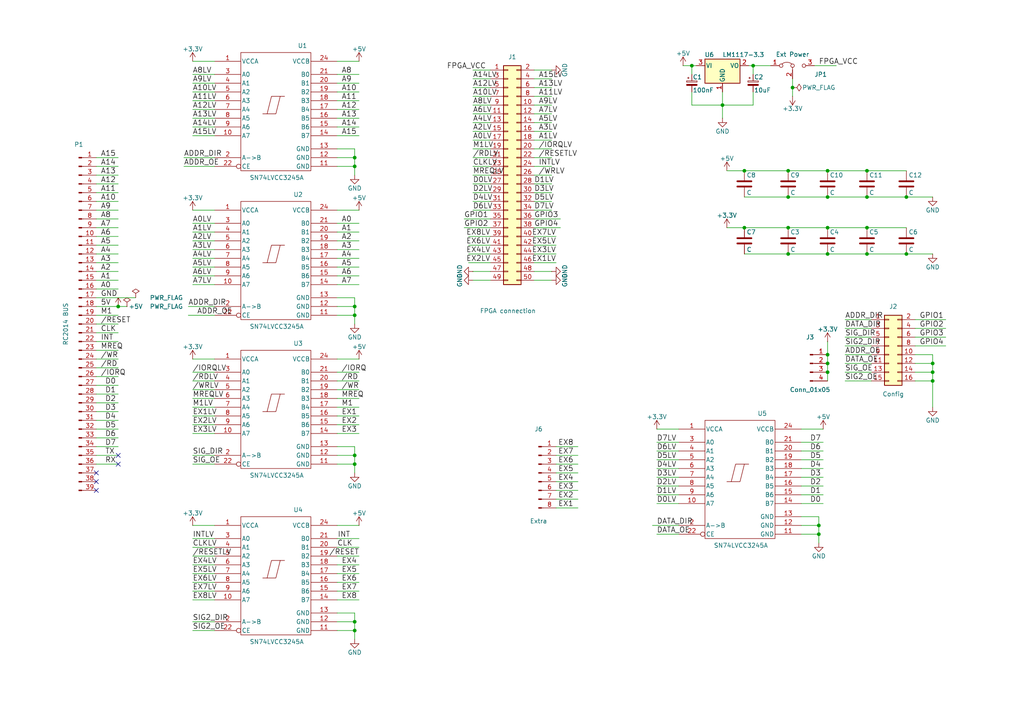
<source format=kicad_sch>
(kicad_sch (version 20250114) (generator "eeschema") (generator_version "9.0")
  (paper "A4")
  (title_block (title "RC2014 myStorm BlackIce interface") (date "2018-01-20") (rev "1"))
  (junction (at 34.29 88.9))
  (junction (at 228.6 49.53))
  (junction (at 200.66 19.05))
  (junction (at 228.6 66.04))
  (junction (at 229.87 25.4))
  (junction (at 209.55 30.48))
  (junction (at 251.46 49.53))
  (junction (at 270.51 107.95))
  (junction (at 240.03 105.41))
  (junction (at 102.87 180.34))
  (junction (at 102.87 132.08))
  (junction (at 237.49 152.4))
  (junction (at 102.87 182.88))
  (junction (at 215.9 66.04))
  (junction (at 251.46 73.66))
  (junction (at 262.89 57.15))
  (junction (at 102.87 48.26))
  (junction (at 270.51 105.41))
  (junction (at 215.9 49.53))
  (junction (at 240.03 102.87))
  (junction (at 240.03 107.95))
  (junction (at 251.46 66.04))
  (junction (at 218.44 19.05))
  (junction (at 240.03 57.15))
  (junction (at 251.46 57.15))
  (junction (at 237.49 154.94))
  (junction (at 102.87 91.44))
  (junction (at 270.51 110.49))
  (junction (at 262.89 73.66))
  (junction (at 102.87 134.62))
  (junction (at 240.03 49.53))
  (junction (at 240.03 73.66))
  (junction (at 228.6 73.66))
  (junction (at 228.6 57.15))
  (junction (at 102.87 88.9))
  (junction (at 240.03 66.04))
  (junction (at 102.87 45.72))
  (no_connect (at 27.94 142.24))
  (no_connect (at 34.29 134.62))
  (no_connect (at 27.94 137.16))
  (no_connect (at 34.29 132.08))
  (no_connect (at 27.94 139.7))
  (wire (pts (xy 142.24 43.18) (xy 137.16 43.18)))
  (wire (pts (xy 270.51 105.41) (xy 270.51 107.95)))
  (wire (pts (xy 55.88 123.19) (xy 62.23 123.19)))
  (wire (pts (xy 265.43 105.41) (xy 270.51 105.41)))
  (wire (pts (xy 265.43 92.71) (xy 274.32 92.71)))
  (wire (pts (xy 154.94 48.26) (xy 160.02 48.26)))
  (wire (pts (xy 55.88 113.03) (xy 62.23 113.03)))
  (wire (pts (xy 154.94 50.8) (xy 160.02 50.8)))
  (wire (pts (xy 27.94 114.3) (xy 34.29 114.3)))
  (wire (pts (xy 97.79 82.55) (xy 104.14 82.55)))
  (wire (pts (xy 97.79 91.44) (xy 102.87 91.44)))
  (wire (pts (xy 232.41 143.51) (xy 238.76 143.51)))
  (wire (pts (xy 97.79 113.03) (xy 104.14 113.03)))
  (wire (pts (xy 27.94 48.26) (xy 34.29 48.26)))
  (wire (pts (xy 142.24 63.5) (xy 134.62 63.5)))
  (wire (pts (xy 27.94 76.2) (xy 34.29 76.2)))
  (wire (pts (xy 62.23 152.4) (xy 55.88 152.4)))
  (wire (pts (xy 62.23 60.96) (xy 55.88 60.96)))
  (wire (pts (xy 232.41 128.27) (xy 238.76 128.27)))
  (wire (pts (xy 265.43 107.95) (xy 270.51 107.95)))
  (wire (pts (xy 102.87 129.54) (xy 102.87 132.08)))
  (wire (pts (xy 252.73 105.41) (xy 245.11 105.41)))
  (wire (pts (xy 97.79 17.78) (xy 104.14 17.78)))
  (wire (pts (xy 218.44 19.05) (xy 223.52 19.05)))
  (wire (pts (xy 102.87 180.34) (xy 102.87 182.88)))
  (wire (pts (xy 232.41 140.97) (xy 238.76 140.97)))
  (wire (pts (xy 270.51 107.95) (xy 270.51 110.49)))
  (wire (pts (xy 232.41 152.4) (xy 237.49 152.4)))
  (wire (pts (xy 97.79 64.77) (xy 104.14 64.77)))
  (wire (pts (xy 252.73 95.25) (xy 245.11 95.25)))
  (wire (pts (xy 55.88 39.37) (xy 62.23 39.37)))
  (wire (pts (xy 27.94 66.04) (xy 34.29 66.04)))
  (wire (pts (xy 97.79 156.21) (xy 104.14 156.21)))
  (wire (pts (xy 27.94 101.6) (xy 34.29 101.6)))
  (wire (pts (xy 55.88 158.75) (xy 62.23 158.75)))
  (wire (pts (xy 97.79 39.37) (xy 104.14 39.37)))
  (wire (pts (xy 97.79 168.91) (xy 104.14 168.91)))
  (wire (pts (xy 154.94 43.18) (xy 160.02 43.18)))
  (wire (pts (xy 200.66 19.05) (xy 201.93 19.05)))
  (wire (pts (xy 97.79 163.83) (xy 104.14 163.83)))
  (wire (pts (xy 196.85 124.46) (xy 190.5 124.46)))
  (wire (pts (xy 55.88 29.21) (xy 62.23 29.21)))
  (wire (pts (xy 55.88 115.57) (xy 62.23 115.57)))
  (wire (pts (xy 232.41 130.81) (xy 238.76 130.81)))
  (wire (pts (xy 55.88 125.73) (xy 62.23 125.73)))
  (wire (pts (xy 142.24 55.88) (xy 137.16 55.88)))
  (wire (pts (xy 27.94 78.74) (xy 34.29 78.74)))
  (wire (pts (xy 27.94 50.8) (xy 34.29 50.8)))
  (wire (pts (xy 240.03 107.95) (xy 240.03 110.49)))
  (wire (pts (xy 142.24 60.96) (xy 137.16 60.96)))
  (wire (pts (xy 142.24 48.26) (xy 137.16 48.26)))
  (wire (pts (xy 167.64 147.32) (xy 161.29 147.32)))
  (wire (pts (xy 154.94 27.94) (xy 160.02 27.94)))
  (wire (pts (xy 97.79 45.72) (xy 102.87 45.72)))
  (wire (pts (xy 142.24 58.42) (xy 137.16 58.42)))
  (wire (pts (xy 97.79 26.67) (xy 104.14 26.67)))
  (wire (pts (xy 142.24 50.8) (xy 137.16 50.8)))
  (wire (pts (xy 232.41 138.43) (xy 238.76 138.43)))
  (wire (pts (xy 102.87 48.26) (xy 102.87 50.8)))
  (wire (pts (xy 228.6 57.15) (xy 240.03 57.15)))
  (wire (pts (xy 55.88 67.31) (xy 62.23 67.31)))
  (wire (pts (xy 190.5 138.43) (xy 196.85 138.43)))
  (wire (pts (xy 55.88 118.11) (xy 62.23 118.11)))
  (wire (pts (xy 34.29 88.9) (xy 36.83 88.9)))
  (wire (pts (xy 55.88 82.55) (xy 62.23 82.55)))
  (wire (pts (xy 137.16 40.64) (xy 142.24 40.64)))
  (wire (pts (xy 55.88 24.13) (xy 62.23 24.13)))
  (wire (pts (xy 55.88 156.21) (xy 62.23 156.21)))
  (wire (pts (xy 210.82 49.53) (xy 215.9 49.53)))
  (wire (pts (xy 167.64 144.78) (xy 161.29 144.78)))
  (wire (pts (xy 196.85 152.4) (xy 189.23 152.4)))
  (wire (pts (xy 154.94 78.74) (xy 160.02 78.74)))
  (wire (pts (xy 97.79 177.8) (xy 102.87 177.8)))
  (wire (pts (xy 198.12 19.05) (xy 200.66 19.05)))
  (wire (pts (xy 27.94 129.54) (xy 34.29 129.54)))
  (wire (pts (xy 27.94 104.14) (xy 34.29 104.14)))
  (wire (pts (xy 262.89 57.15) (xy 270.51 57.15)))
  (wire (pts (xy 137.16 35.56) (xy 142.24 35.56)))
  (wire (pts (xy 161.29 68.58) (xy 154.94 68.58)))
  (wire (pts (xy 97.79 107.95) (xy 104.14 107.95)))
  (wire (pts (xy 154.94 58.42) (xy 160.02 58.42)))
  (wire (pts (xy 161.29 73.66) (xy 154.94 73.66)))
  (wire (pts (xy 55.88 36.83) (xy 62.23 36.83)))
  (wire (pts (xy 142.24 45.72) (xy 137.16 45.72)))
  (wire (pts (xy 97.79 180.34) (xy 102.87 180.34)))
  (wire (pts (xy 62.23 48.26) (xy 53.34 48.26)))
  (wire (pts (xy 27.94 96.52) (xy 34.29 96.52)))
  (wire (pts (xy 215.9 57.15) (xy 228.6 57.15)))
  (wire (pts (xy 97.79 132.08) (xy 102.87 132.08)))
  (wire (pts (xy 62.23 182.88) (xy 55.88 182.88)))
  (wire (pts (xy 265.43 97.79) (xy 274.32 97.79)))
  (wire (pts (xy 97.79 104.14) (xy 104.14 104.14)))
  (wire (pts (xy 27.94 111.76) (xy 34.29 111.76)))
  (wire (pts (xy 209.55 30.48) (xy 218.44 30.48)))
  (wire (pts (xy 27.94 116.84) (xy 34.29 116.84)))
  (wire (pts (xy 55.88 26.67) (xy 62.23 26.67)))
  (wire (pts (xy 270.51 110.49) (xy 270.51 118.11)))
  (wire (pts (xy 265.43 95.25) (xy 274.32 95.25)))
  (wire (pts (xy 167.64 137.16) (xy 161.29 137.16)))
  (wire (pts (xy 154.94 40.64) (xy 160.02 40.64)))
  (wire (pts (xy 232.41 149.86) (xy 237.49 149.86)))
  (wire (pts (xy 228.6 49.53) (xy 240.03 49.53)))
  (wire (pts (xy 27.94 88.9) (xy 34.29 88.9)))
  (wire (pts (xy 27.94 81.28) (xy 34.29 81.28)))
  (wire (pts (xy 154.94 35.56) (xy 160.02 35.56)))
  (wire (pts (xy 97.79 74.93) (xy 104.14 74.93)))
  (wire (pts (xy 27.94 71.12) (xy 34.29 71.12)))
  (wire (pts (xy 62.23 80.01) (xy 55.88 80.01)))
  (wire (pts (xy 196.85 154.94) (xy 190.5 154.94)))
  (wire (pts (xy 270.51 102.87) (xy 270.51 105.41)))
  (wire (pts (xy 55.88 166.37) (xy 62.23 166.37)))
  (wire (pts (xy 265.43 110.49) (xy 270.51 110.49)))
  (wire (pts (xy 97.79 88.9) (xy 102.87 88.9)))
  (wire (pts (xy 232.41 154.94) (xy 237.49 154.94)))
  (wire (pts (xy 102.87 91.44) (xy 102.87 93.98)))
  (wire (pts (xy 200.66 30.48) (xy 200.66 26.67)))
  (wire (pts (xy 27.94 86.36) (xy 39.37 86.36)))
  (wire (pts (xy 104.14 80.01) (xy 97.79 80.01)))
  (wire (pts (xy 97.79 21.59) (xy 104.14 21.59)))
  (wire (pts (xy 232.41 124.46) (xy 238.76 124.46)))
  (wire (pts (xy 167.64 129.54) (xy 161.29 129.54)))
  (wire (pts (xy 62.23 88.9) (xy 54.61 88.9)))
  (wire (pts (xy 229.87 22.86) (xy 229.87 25.4)))
  (wire (pts (xy 27.94 58.42) (xy 34.29 58.42)))
  (wire (pts (xy 209.55 26.67) (xy 209.55 30.48)))
  (wire (pts (xy 252.73 100.33) (xy 245.11 100.33)))
  (wire (pts (xy 55.88 110.49) (xy 62.23 110.49)))
  (wire (pts (xy 154.94 53.34) (xy 160.02 53.34)))
  (wire (pts (xy 154.94 20.32) (xy 160.02 20.32)))
  (wire (pts (xy 62.23 17.78) (xy 55.88 17.78)))
  (wire (pts (xy 240.03 66.04) (xy 251.46 66.04)))
  (wire (pts (xy 55.88 107.95) (xy 62.23 107.95)))
  (wire (pts (xy 237.49 152.4) (xy 237.49 154.94)))
  (wire (pts (xy 237.49 154.94) (xy 237.49 157.48)))
  (wire (pts (xy 27.94 93.98) (xy 34.29 93.98)))
  (wire (pts (xy 27.94 109.22) (xy 34.29 109.22)))
  (wire (pts (xy 97.79 123.19) (xy 104.14 123.19)))
  (wire (pts (xy 27.94 124.46) (xy 34.29 124.46)))
  (wire (pts (xy 240.03 105.41) (xy 240.03 107.95)))
  (wire (pts (xy 167.64 139.7) (xy 161.29 139.7)))
  (wire (pts (xy 102.87 86.36) (xy 102.87 88.9)))
  (wire (pts (xy 97.79 152.4) (xy 104.14 152.4)))
  (wire (pts (xy 232.41 135.89) (xy 238.76 135.89)))
  (wire (pts (xy 102.87 45.72) (xy 102.87 48.26)))
  (wire (pts (xy 55.88 74.93) (xy 62.23 74.93)))
  (wire (pts (xy 137.16 20.32) (xy 142.24 20.32)))
  (wire (pts (xy 97.79 36.83) (xy 104.14 36.83)))
  (wire (pts (xy 97.79 110.49) (xy 104.14 110.49)))
  (wire (pts (xy 190.5 143.51) (xy 196.85 143.51)))
  (wire (pts (xy 62.23 132.08) (xy 55.88 132.08)))
  (wire (pts (xy 97.79 182.88) (xy 102.87 182.88)))
  (wire (pts (xy 137.16 25.4) (xy 142.24 25.4)))
  (wire (pts (xy 97.79 43.18) (xy 102.87 43.18)))
  (wire (pts (xy 190.5 135.89) (xy 196.85 135.89)))
  (wire (pts (xy 102.87 132.08) (xy 102.87 134.62)))
  (wire (pts (xy 209.55 30.48) (xy 209.55 34.29)))
  (wire (pts (xy 167.64 134.62) (xy 161.29 134.62)))
  (wire (pts (xy 27.94 73.66) (xy 34.29 73.66)))
  (wire (pts (xy 55.88 173.99) (xy 62.23 173.99)))
  (wire (pts (xy 262.89 73.66) (xy 270.51 73.66)))
  (wire (pts (xy 55.88 64.77) (xy 62.23 64.77)))
  (wire (pts (xy 97.79 161.29) (xy 104.14 161.29)))
  (wire (pts (xy 240.03 102.87) (xy 240.03 105.41)))
  (wire (pts (xy 142.24 71.12) (xy 135.89 71.12)))
  (wire (pts (xy 137.16 78.74) (xy 142.24 78.74)))
  (wire (pts (xy 97.79 48.26) (xy 102.87 48.26)))
  (wire (pts (xy 251.46 73.66) (xy 262.89 73.66)))
  (wire (pts (xy 252.73 97.79) (xy 245.11 97.79)))
  (wire (pts (xy 232.41 146.05) (xy 238.76 146.05)))
  (wire (pts (xy 102.87 134.62) (xy 102.87 137.16)))
  (wire (pts (xy 190.5 130.81) (xy 196.85 130.81)))
  (wire (pts (xy 97.79 86.36) (xy 102.87 86.36)))
  (wire (pts (xy 97.79 125.73) (xy 104.14 125.73)))
  (wire (pts (xy 27.94 68.58) (xy 34.29 68.58)))
  (wire (pts (xy 217.17 19.05) (xy 218.44 19.05)))
  (wire (pts (xy 200.66 21.59) (xy 200.66 19.05)))
  (wire (pts (xy 97.79 171.45) (xy 104.14 171.45)))
  (wire (pts (xy 97.79 31.75) (xy 104.14 31.75)))
  (wire (pts (xy 228.6 73.66) (xy 240.03 73.66)))
  (wire (pts (xy 137.16 33.02) (xy 142.24 33.02)))
  (wire (pts (xy 228.6 66.04) (xy 240.03 66.04)))
  (wire (pts (xy 142.24 68.58) (xy 135.89 68.58)))
  (wire (pts (xy 97.79 158.75) (xy 104.14 158.75)))
  (wire (pts (xy 97.79 129.54) (xy 102.87 129.54)))
  (wire (pts (xy 27.94 121.92) (xy 34.29 121.92)))
  (wire (pts (xy 154.94 55.88) (xy 160.02 55.88)))
  (wire (pts (xy 97.79 166.37) (xy 104.14 166.37)))
  (wire (pts (xy 27.94 83.82) (xy 34.29 83.82)))
  (wire (pts (xy 97.79 24.13) (xy 104.14 24.13)))
  (wire (pts (xy 97.79 120.65) (xy 104.14 120.65)))
  (wire (pts (xy 251.46 49.53) (xy 262.89 49.53)))
  (wire (pts (xy 240.03 57.15) (xy 251.46 57.15)))
  (wire (pts (xy 27.94 132.08) (xy 34.29 132.08)))
  (wire (pts (xy 154.94 33.02) (xy 160.02 33.02)))
  (wire (pts (xy 55.88 168.91) (xy 62.23 168.91)))
  (wire (pts (xy 190.5 128.27) (xy 196.85 128.27)))
  (wire (pts (xy 142.24 76.2) (xy 135.89 76.2)))
  (wire (pts (xy 167.64 132.08) (xy 161.29 132.08)))
  (wire (pts (xy 62.23 91.44) (xy 54.61 91.44)))
  (wire (pts (xy 27.94 53.34) (xy 34.29 53.34)))
  (wire (pts (xy 97.79 72.39) (xy 104.14 72.39)))
  (wire (pts (xy 62.23 180.34) (xy 55.88 180.34)))
  (wire (pts (xy 162.56 66.04) (xy 154.94 66.04)))
  (wire (pts (xy 97.79 69.85) (xy 104.14 69.85)))
  (wire (pts (xy 97.79 29.21) (xy 104.14 29.21)))
  (wire (pts (xy 161.29 76.2) (xy 154.94 76.2)))
  (wire (pts (xy 102.87 43.18) (xy 102.87 45.72)))
  (wire (pts (xy 27.94 134.62) (xy 34.29 134.62)))
  (wire (pts (xy 236.22 19.05) (xy 242.57 19.05)))
  (wire (pts (xy 55.88 171.45) (xy 62.23 171.45)))
  (wire (pts (xy 55.88 31.75) (xy 62.23 31.75)))
  (wire (pts (xy 27.94 45.72) (xy 34.29 45.72)))
  (wire (pts (xy 142.24 53.34) (xy 137.16 53.34)))
  (wire (pts (xy 97.79 60.96) (xy 104.14 60.96)))
  (wire (pts (xy 215.9 73.66) (xy 228.6 73.66)))
  (wire (pts (xy 97.79 34.29) (xy 104.14 34.29)))
  (wire (pts (xy 215.9 66.04) (xy 228.6 66.04)))
  (wire (pts (xy 218.44 30.48) (xy 218.44 26.67)))
  (wire (pts (xy 97.79 134.62) (xy 102.87 134.62)))
  (wire (pts (xy 55.88 163.83) (xy 62.23 163.83)))
  (wire (pts (xy 252.73 110.49) (xy 245.11 110.49)))
  (wire (pts (xy 167.64 142.24) (xy 161.29 142.24)))
  (wire (pts (xy 97.79 115.57) (xy 104.14 115.57)))
  (wire (pts (xy 154.94 25.4) (xy 160.02 25.4)))
  (wire (pts (xy 137.16 81.28) (xy 142.24 81.28)))
  (wire (pts (xy 252.73 92.71) (xy 245.11 92.71)))
  (wire (pts (xy 55.88 161.29) (xy 62.23 161.29)))
  (wire (pts (xy 55.88 21.59) (xy 62.23 21.59)))
  (wire (pts (xy 62.23 134.62) (xy 55.88 134.62)))
  (wire (pts (xy 27.94 63.5) (xy 34.29 63.5)))
  (wire (pts (xy 27.94 99.06) (xy 34.29 99.06)))
  (wire (pts (xy 27.94 91.44) (xy 34.29 91.44)))
  (wire (pts (xy 55.88 120.65) (xy 62.23 120.65)))
  (wire (pts (xy 27.94 106.68) (xy 34.29 106.68)))
  (wire (pts (xy 240.03 73.66) (xy 251.46 73.66)))
  (wire (pts (xy 252.73 107.95) (xy 245.11 107.95)))
  (wire (pts (xy 265.43 102.87) (xy 270.51 102.87)))
  (wire (pts (xy 27.94 55.88) (xy 34.29 55.88)))
  (wire (pts (xy 215.9 49.53) (xy 228.6 49.53)))
  (wire (pts (xy 102.87 88.9) (xy 102.87 91.44)))
  (wire (pts (xy 62.23 45.72) (xy 53.34 45.72)))
  (wire (pts (xy 102.87 182.88) (xy 102.87 185.42)))
  (wire (pts (xy 154.94 22.86) (xy 160.02 22.86)))
  (wire (pts (xy 251.46 57.15) (xy 262.89 57.15)))
  (wire (pts (xy 27.94 60.96) (xy 34.29 60.96)))
  (wire (pts (xy 142.24 73.66) (xy 135.89 73.66)))
  (wire (pts (xy 137.16 30.48) (xy 142.24 30.48)))
  (wire (pts (xy 190.5 146.05) (xy 196.85 146.05)))
  (wire (pts (xy 154.94 45.72) (xy 160.02 45.72)))
  (wire (pts (xy 97.79 173.99) (xy 104.14 173.99)))
  (wire (pts (xy 102.87 177.8) (xy 102.87 180.34)))
  (wire (pts (xy 265.43 100.33) (xy 274.32 100.33)))
  (wire (pts (xy 240.03 99.06) (xy 240.03 102.87)))
  (wire (pts (xy 218.44 19.05) (xy 218.44 21.59)))
  (wire (pts (xy 252.73 102.87) (xy 245.11 102.87)))
  (wire (pts (xy 161.29 71.12) (xy 154.94 71.12)))
  (wire (pts (xy 62.23 104.14) (xy 55.88 104.14)))
  (wire (pts (xy 200.66 30.48) (xy 209.55 30.48)))
  (wire (pts (xy 97.79 67.31) (xy 104.14 67.31)))
  (wire (pts (xy 154.94 38.1) (xy 160.02 38.1)))
  (wire (pts (xy 251.46 66.04) (xy 262.89 66.04)))
  (wire (pts (xy 237.49 149.86) (xy 237.49 152.4)))
  (wire (pts (xy 55.88 34.29) (xy 62.23 34.29)))
  (wire (pts (xy 27.94 119.38) (xy 34.29 119.38)))
  (wire (pts (xy 137.16 38.1) (xy 142.24 38.1)))
  (wire (pts (xy 190.5 140.97) (xy 196.85 140.97)))
  (wire (pts (xy 210.82 66.04) (xy 215.9 66.04)))
  (wire (pts (xy 137.16 22.86) (xy 142.24 22.86)))
  (wire (pts (xy 154.94 30.48) (xy 160.02 30.48)))
  (wire (pts (xy 190.5 133.35) (xy 196.85 133.35)))
  (wire (pts (xy 27.94 127) (xy 34.29 127)))
  (wire (pts (xy 55.88 72.39) (xy 62.23 72.39)))
  (wire (pts (xy 232.41 133.35) (xy 238.76 133.35)))
  (wire (pts (xy 97.79 77.47) (xy 104.14 77.47)))
  (wire (pts (xy 142.24 66.04) (xy 134.62 66.04)))
  (wire (pts (xy 154.94 60.96) (xy 160.02 60.96)))
  (wire (pts (xy 162.56 63.5) (xy 154.94 63.5)))
  (wire (pts (xy 55.88 69.85) (xy 62.23 69.85)))
  (wire (pts (xy 55.88 77.47) (xy 62.23 77.47)))
  (wire (pts (xy 137.16 27.94) (xy 142.24 27.94)))
  (wire (pts (xy 154.94 81.28) (xy 160.02 81.28)))
  (wire (pts (xy 240.03 49.53) (xy 251.46 49.53)))
  (wire (pts (xy 97.79 118.11) (xy 104.14 118.11)))
  (wire (pts (xy 229.87 25.4) (xy 229.87 27.94)))
  (label "EX8LV" (at 142.24 68.58 180) (effects (font (size 1.524 1.524))))
  (label "M1" (at 99.06 118.11 0) (effects (font (size 1.524 1.524))))
  (label "D1LV" (at 154.94 53.34 0) (effects (font (size 1.524 1.524))))
  (label "D5LV" (at 190.5 133.35 0) (effects (font (size 1.524 1.524))))
  (label "A2" (at 99.06 69.85 0) (effects (font (size 1.524 1.524))))
  (label "EX5" (at 166.37 137.16 180) (effects (font (size 1.524 1.524))))
  (label "A12LV" (at 55.88 31.75 0) (effects (font (size 1.524 1.524))))
  (label "A8LV" (at 137.16 30.48 0) (effects (font (size 1.524 1.524))))
  (label "A11LV" (at 55.88 29.21 0) (effects (font (size 1.524 1.524))))
  (label "SIG_OE" (at 55.88 134.62 0) (effects (font (size 1.524 1.524))))
  (label "MREQ" (at 29.21 101.6 0) (effects (font (size 1.524 1.524))))
  (label "A15LV" (at 156.21 22.86 0) (effects (font (size 1.524 1.524))))
  (label "A6LV" (at 55.88 80.01 0) (effects (font (size 1.524 1.524))))
  (label "D7LV" (at 154.94 60.96 0) (effects (font (size 1.524 1.524))))
  (label "D2LV" (at 190.5 140.97 0) (effects (font (size 1.524 1.524))))
  (label "DATA_DIR" (at 245.11 95.25 0) (effects (font (size 1.524 1.524))))
  (label "D7LV" (at 190.5 128.27 0) (effects (font (size 1.524 1.524))))
  (label "D6LV" (at 190.5 130.81 0) (effects (font (size 1.524 1.524))))
  (label "EX3LV" (at 161.29 73.66 180) (effects (font (size 1.524 1.524))))
  (label "A3" (at 29.21 76.2 0) (effects (font (size 1.524 1.524))))
  (label "A9" (at 99.06 24.13 0) (effects (font (size 1.524 1.524))))
  (label "A8" (at 99.06 21.59 0) (effects (font (size 1.524 1.524))))
  (label "EX1LV" (at 55.88 120.65 0) (effects (font (size 1.524 1.524))))
  (label "A7LV" (at 55.88 82.55 0) (effects (font (size 1.524 1.524))))
  (label "A4" (at 29.21 73.66 0) (effects (font (size 1.524 1.524))))
  (label "A12LV" (at 137.16 25.4 0) (effects (font (size 1.524 1.524))))
  (label "M1LV" (at 55.88 118.11 0) (effects (font (size 1.524 1.524))))
  (label "D4LV" (at 190.5 135.89 0) (effects (font (size 1.524 1.524))))
  (label "A1LV" (at 156.21 40.64 0) (effects (font (size 1.524 1.524))))
  (label "/IORQ" (at 99.06 107.95 0) (effects (font (size 1.524 1.524))))
  (label "A1LV" (at 55.88 67.31 0) (effects (font (size 1.524 1.524))))
  (label "EX1" (at 166.37 147.32 180) (effects (font (size 1.524 1.524))))
  (label "A6LV" (at 137.16 33.02 0) (effects (font (size 1.524 1.524))))
  (label "D1" (at 30.48 114.3 0) (effects (font (size 1.524 1.524))))
  (label "EX6LV" (at 55.88 168.91 0) (effects (font (size 1.524 1.524))))
  (label "EX2LV" (at 142.24 76.2 180) (effects (font (size 1.524 1.524))))
  (label "EX7" (at 166.37 132.08 180) (effects (font (size 1.524 1.524))))
  (label "EX4LV" (at 55.88 163.83 0) (effects (font (size 1.524 1.524))))
  (label "D6" (at 30.48 127 0) (effects (font (size 1.524 1.524))))
  (label "D2" (at 30.48 116.84 0) (effects (font (size 1.524 1.524))))
  (label "M1" (at 29.21 91.44 0) (effects (font (size 1.524 1.524))))
  (label "A0LV" (at 55.88 64.77 0) (effects (font (size 1.524 1.524))))
  (label "GPIO2" (at 134.62 66.04 0) (effects (font (size 1.524 1.524))))
  (label "D3LV" (at 154.94 55.88 0) (effects (font (size 1.524 1.524))))
  (label "A5LV" (at 156.21 35.56 0) (effects (font (size 1.524 1.524))))
  (label "SIG_OE" (at 245.11 107.95 0) (effects (font (size 1.524 1.524))))
  (label "/RD" (at 29.21 106.68 0) (effects (font (size 1.524 1.524))))
  (label "D6" (at 234.95 130.81 0) (effects (font (size 1.524 1.524))))
  (label "/IORQLV" (at 55.88 107.95 0) (effects (font (size 1.524 1.524))))
  (label "A10LV" (at 137.16 27.94 0) (effects (font (size 1.524 1.524))))
  (label "EX2" (at 99.06 123.19 0) (effects (font (size 1.524 1.524))))
  (label "RX" (at 30.48 134.62 0) (effects (font (size 1.524 1.524))))
  (label "CLK" (at 29.21 96.52 0) (effects (font (size 1.524 1.524))))
  (label "A14LV" (at 55.88 36.83 0) (effects (font (size 1.524 1.524))))
  (label "GPIO1" (at 134.62 63.5 0) (effects (font (size 1.524 1.524))))
  (label "CLK" (at 97.79 158.75 0) (effects (font (size 1.524 1.524))))
  (label "A4" (at 99.06 74.93 0) (effects (font (size 1.524 1.524))))
  (label "A14" (at 29.21 48.26 0) (effects (font (size 1.524 1.524))))
  (label "GPIO4" (at 266.7 100.33 0) (effects (font (size 1.524 1.524))))
  (label "A2LV" (at 137.16 38.1 0) (effects (font (size 1.524 1.524))))
  (label "D3" (at 234.95 138.43 0) (effects (font (size 1.524 1.524))))
  (label "DATA_OE" (at 245.11 105.41 0) (effects (font (size 1.524 1.524))))
  (label "D6LV" (at 137.16 60.96 0) (effects (font (size 1.524 1.524))))
  (label "EX8" (at 99.06 173.99 0) (effects (font (size 1.524 1.524))))
  (label "INT" (at 101.6 156.21 180) (effects (font (size 1.524 1.524))))
  (label "SIG2_DIR" (at 245.11 100.33 0) (effects (font (size 1.524 1.524))))
  (label "D4LV" (at 137.16 58.42 0) (effects (font (size 1.524 1.524))))
  (label "EX4" (at 166.37 139.7 180) (effects (font (size 1.524 1.524))))
  (label "SIG_DIR" (at 245.11 97.79 0) (effects (font (size 1.524 1.524))))
  (label "A5LV" (at 55.88 77.47 0) (effects (font (size 1.524 1.524))))
  (label "/IORQLV" (at 156.21 43.18 0) (effects (font (size 1.524 1.524))))
  (label "A6" (at 99.06 80.01 0) (effects (font (size 1.524 1.524))))
  (label "A13" (at 29.21 50.8 0) (effects (font (size 1.524 1.524))))
  (label "ADDR_DIR" (at 54.61 88.9 0) (effects (font (size 1.524 1.524))))
  (label "A8" (at 29.21 63.5 0) (effects (font (size 1.524 1.524))))
  (label "D5LV" (at 154.94 58.42 0) (effects (font (size 1.524 1.524))))
  (label "D1LV" (at 190.5 143.51 0) (effects (font (size 1.524 1.524))))
  (label "EX5" (at 99.06 166.37 0) (effects (font (size 1.524 1.524))))
  (label "A0LV" (at 137.16 40.64 0) (effects (font (size 1.524 1.524))))
  (label "EX7" (at 99.06 171.45 0) (effects (font (size 1.524 1.524))))
  (label "A6" (at 29.21 68.58 0) (effects (font (size 1.524 1.524))))
  (label "CLKLV" (at 137.16 48.26 0) (effects (font (size 1.524 1.524))))
  (label "A3" (at 99.06 72.39 0) (effects (font (size 1.524 1.524))))
  (label "A1" (at 29.21 81.28 0) (effects (font (size 1.524 1.524))))
  (label "D3" (at 30.48 119.38 0) (effects (font (size 1.524 1.524))))
  (label "A15" (at 29.21 45.72 0) (effects (font (size 1.524 1.524))))
  (label "A11" (at 29.21 55.88 0) (effects (font (size 1.524 1.524))))
  (label "D5" (at 30.48 124.46 0) (effects (font (size 1.524 1.524))))
  (label "A9LV" (at 55.88 24.13 0) (effects (font (size 1.524 1.524))))
  (label "/RESET" (at 29.21 93.98 0) (effects (font (size 1.524 1.524))))
  (label "A7LV" (at 156.21 33.02 0) (effects (font (size 1.524 1.524))))
  (label "CLKLV" (at 55.88 158.75 0) (effects (font (size 1.524 1.524))))
  (label "EX3LV" (at 55.88 125.73 0) (effects (font (size 1.524 1.524))))
  (label "5V" (at 29.21 88.9 0) (effects (font (size 1.524 1.524))))
  (label "A10" (at 29.21 58.42 0) (effects (font (size 1.524 1.524))))
  (label "A4LV" (at 137.16 35.56 0) (effects (font (size 1.524 1.524))))
  (label "EX4" (at 99.06 163.83 0) (effects (font (size 1.524 1.524))))
  (label "GPIO3" (at 154.94 63.5 0) (effects (font (size 1.524 1.524))))
  (label "D4" (at 234.95 135.89 0) (effects (font (size 1.524 1.524))))
  (label "DATA_OE" (at 190.5 154.94 0) (effects (font (size 1.524 1.524))))
  (label "A11" (at 99.06 29.21 0) (effects (font (size 1.524 1.524))))
  (label "GPIO4" (at 154.94 66.04 0) (effects (font (size 1.524 1.524))))
  (label "EX5LV" (at 55.88 166.37 0) (effects (font (size 1.524 1.524))))
  (label "EX4LV" (at 142.24 73.66 180) (effects (font (size 1.524 1.524))))
  (label "/RESETLV" (at 55.88 161.29 0) (effects (font (size 1.524 1.524))))
  (label "MREQLV" (at 55.88 115.57 0) (effects (font (size 1.524 1.524))))
  (label "GPIO1" (at 266.7 92.71 0) (effects (font (size 1.524 1.524))))
  (label "A13LV" (at 55.88 34.29 0) (effects (font (size 1.524 1.524))))
  (label "/RESETLV" (at 156.21 45.72 0) (effects (font (size 1.524 1.524))))
  (label "D5" (at 234.95 133.35 0) (effects (font (size 1.524 1.524))))
  (label "A12" (at 99.06 31.75 0) (effects (font (size 1.524 1.524))))
  (label "/RESET" (at 104.14 161.29 180) (effects (font (size 1.524 1.524))))
  (label "ADDR_DIR" (at 245.11 92.71 0) (effects (font (size 1.524 1.524))))
  (label "A10" (at 99.06 26.67 0) (effects (font (size 1.524 1.524))))
  (label "A10LV" (at 55.88 26.67 0) (effects (font (size 1.524 1.524))))
  (label "A1" (at 99.06 67.31 0) (effects (font (size 1.524 1.524))))
  (label "D0" (at 234.95 146.05 0) (effects (font (size 1.524 1.524))))
  (label "SIG_DIR" (at 55.88 132.08 0) (effects (font (size 1.524 1.524))))
  (label "EX1" (at 99.06 120.65 0) (effects (font (size 1.524 1.524))))
  (label "A9LV" (at 156.21 30.48 0) (effects (font (size 1.524 1.524))))
  (label "GPIO2" (at 266.7 95.25 0) (effects (font (size 1.524 1.524))))
  (label "D2" (at 234.95 140.97 0) (effects (font (size 1.524 1.524))))
  (label "EX2" (at 166.37 144.78 180) (effects (font (size 1.524 1.524))))
  (label "/RD" (at 99.06 110.49 0) (effects (font (size 1.524 1.524))))
  (label "/IORQ" (at 29.21 109.22 0) (effects (font (size 1.524 1.524))))
  (label "EX1LV" (at 161.29 76.2 180) (effects (font (size 1.524 1.524))))
  (label "EX6" (at 99.06 168.91 0) (effects (font (size 1.524 1.524))))
  (label "D0LV" (at 190.5 146.05 0) (effects (font (size 1.524 1.524))))
  (label "/WRLV" (at 55.88 113.03 0) (effects (font (size 1.524 1.524))))
  (label "/WRLV" (at 156.21 50.8 0) (effects (font (size 1.524 1.524))))
  (label "A14LV" (at 137.16 22.86 0) (effects (font (size 1.524 1.524))))
  (label "D1" (at 234.95 143.51 0) (effects (font (size 1.524 1.524))))
  (label "GPIO3" (at 266.7 97.79 0) (effects (font (size 1.524 1.524))))
  (label "/RDLV" (at 137.16 45.72 0) (effects (font (size 1.524 1.524))))
  (label "D4" (at 30.48 121.92 0) (effects (font (size 1.524 1.524))))
  (label "EX6" (at 166.37 134.62 180) (effects (font (size 1.524 1.524))))
  (label "ADDR_DIR" (at 53.34 45.72 0) (effects (font (size 1.524 1.524))))
  (label "A0" (at 29.21 83.82 0) (effects (font (size 1.524 1.524))))
  (label "INTLV" (at 156.21 48.26 0) (effects (font (size 1.524 1.524))))
  (label "A7" (at 29.21 66.04 0) (effects (font (size 1.524 1.524))))
  (label "A8LV" (at 55.88 21.59 0) (effects (font (size 1.524 1.524))))
  (label "A7" (at 99.06 82.55 0) (effects (font (size 1.524 1.524))))
  (label "EX3" (at 99.06 125.73 0) (effects (font (size 1.524 1.524))))
  (label "EX5LV" (at 161.29 71.12 180) (effects (font (size 1.524 1.524))))
  (label "DATA_DIR" (at 190.5 152.4 0) (effects (font (size 1.524 1.524))))
  (label "TX" (at 30.48 132.08 0) (effects (font (size 1.524 1.524))))
  (label "INT" (at 29.21 99.06 0) (effects (font (size 1.524 1.524))))
  (label "SIG2_DIR" (at 55.88 180.34 0) (effects (font (size 1.524 1.524))))
  (label "MREQLV" (at 137.16 50.8 0) (effects (font (size 1.524 1.524))))
  (label "A5" (at 29.21 71.12 0) (effects (font (size 1.524 1.524))))
  (label "D7" (at 234.95 128.27 0) (effects (font (size 1.524 1.524))))
  (label "EX6LV" (at 142.24 71.12 180) (effects (font (size 1.524 1.524))))
  (label "A2LV" (at 55.88 69.85 0) (effects (font (size 1.524 1.524))))
  (label "D3LV" (at 190.5 138.43 0) (effects (font (size 1.524 1.524))))
  (label "EX3" (at 166.37 142.24 180) (effects (font (size 1.524 1.524))))
  (label "ADDR_OE" (at 53.34 48.26 0) (effects (font (size 1.524 1.524))))
  (label "A3LV" (at 55.88 72.39 0) (effects (font (size 1.524 1.524))))
  (label "/WR" (at 29.21 104.14 0) (effects (font (size 1.524 1.524))))
  (label "/WR" (at 99.06 113.03 0) (effects (font (size 1.524 1.524))))
  (label "D2LV" (at 137.16 55.88 0) (effects (font (size 1.524 1.524))))
  (label "A4LV" (at 55.88 74.93 0) (effects (font (size 1.524 1.524))))
  (label "EX8LV" (at 55.88 173.99 0) (effects (font (size 1.524 1.524))))
  (label "A2" (at 29.21 78.74 0) (effects (font (size 1.524 1.524))))
  (label "EX7LV" (at 55.88 171.45 0) (effects (font (size 1.524 1.524))))
  (label "A0" (at 99.06 64.77 0) (effects (font (size 1.524 1.524))))
  (label "INTLV" (at 55.88 156.21 0) (effects (font (size 1.524 1.524))))
  (label "GND" (at 29.21 86.36 0) (effects (font (size 1.524 1.524))))
  (label "EX8" (at 166.37 129.54 180) (effects (font (size 1.524 1.524))))
  (label "A11LV" (at 156.21 27.94 0) (effects (font (size 1.524 1.524))))
  (label "A13LV" (at 156.21 25.4 0) (effects (font (size 1.524 1.524))))
  (label "D0" (at 30.48 111.76 0) (effects (font (size 1.524 1.524))))
  (label "FPGA_VCC" (at 140.97 20.32 180) (effects (font (size 1.524 1.524))))
  (label "A14" (at 99.06 36.83 0) (effects (font (size 1.524 1.524))))
  (label "EX7LV" (at 161.29 68.58 180) (effects (font (size 1.524 1.524))))
  (label "A5" (at 99.06 77.47 0) (effects (font (size 1.524 1.524))))
  (label "D0LV" (at 137.16 53.34 0) (effects (font (size 1.524 1.524))))
  (label "A9" (at 29.21 60.96 0) (effects (font (size 1.524 1.524))))
  (label "SIG2_OE" (at 245.11 110.49 0) (effects (font (size 1.524 1.524))))
  (label "D7" (at 30.48 129.54 0) (effects (font (size 1.524 1.524))))
  (label "A15LV" (at 55.88 39.37 0) (effects (font (size 1.524 1.524))))
  (label "SIG2_OE" (at 55.88 182.88 0) (effects (font (size 1.524 1.524))))
  (label "/RDLV" (at 55.88 110.49 0) (effects (font (size 1.524 1.524))))
  (label "FPGA_VCC" (at 237.49 19.05 0) (effects (font (size 1.524 1.524))))
  (label "M1LV" (at 137.16 43.18 0) (effects (font (size 1.524 1.524))))
  (label "A13" (at 99.06 34.29 0) (effects (font (size 1.524 1.524))))
  (label "EX2LV" (at 55.88 123.19 0) (effects (font (size 1.524 1.524))))
  (label "ADDR_OE" (at 245.11 102.87 0) (effects (font (size 1.524 1.524))))
  (label "MREQ" (at 99.06 115.57 0) (effects (font (size 1.524 1.524))))
  (label "A15" (at 99.06 39.37 0) (effects (font (size 1.524 1.524))))
  (label "A12" (at 29.21 53.34 0) (effects (font (size 1.524 1.524))))
  (label "A3LV" (at 156.21 38.1 0) (effects (font (size 1.524 1.524))))
  (label "ADDR_OE" (at 57.15 91.44 0) (effects (font (size 1.524 1.524))))
  (symbol (lib_id "Connector:Conn_01x39_Male") (at 22.86 93.98 0) (unit 1)
    (property "Reference" "P1" (at 22.86 41.91 0))
    (property "Value" "RC2014 BUS" (at 19.05 93.98 90))
    (property "Footprint" "rc2014:Pin_Header_Straight_1x39_Pitch2.54mm_NoSilk" (effects (hide yes)))
  )
  (symbol (lib_id "rc2014-mystorm:PWR_FLAG") (at 39.37 86.36 0) (unit 1)
    (property "Reference" "#FLG01" (effects (hide yes)))
    (property "Value" "PWR_FLAG" (at 48.26 86.36 0))
  )
  (symbol (lib_id "rc2014-mystorm:PWR_FLAG") (at 36.83 88.9 0) (unit 1)
    (property "Reference" "#FLG02" (effects (hide yes)))
    (property "Value" "PWR_FLAG" (at 48.26 88.9 0))
  )
  (symbol (lib_id "rc2014-mystorm:SN74LVCC3245A") (at 80.01 34.29 0) (unit 1)
    (property "Reference" "U1" (at 86.36 13.97 0) (effects (justify left bottom)))
    (property "Value" "SN74LVCC3245A" (at 72.39 50.8 0) (effects (justify left top)))
    (property "Footprint" "Housings_SOIC:SOIC-24W_7.5x15.4mm_Pitch1.27mm" (effects (hide yes)))
    (property "Description" "Octal BUS Transceivers, 3 State out" (effects (hide yes)))
  )
  (symbol (lib_id "rc2014-mystorm:SN74LVCC3245A") (at 80.01 77.47 0) (unit 1)
    (property "Reference" "U2" (at 85.09 57.15 0) (effects (justify left bottom)))
    (property "Value" "SN74LVCC3245A" (at 72.39 93.98 0) (effects (justify left top)))
    (property "Footprint" "Housings_SOIC:SOIC-24W_7.5x15.4mm_Pitch1.27mm" (effects (hide yes)))
    (property "Description" "Octal BUS Transceivers, 3 State out" (effects (hide yes)))
  )
  (symbol (lib_id "rc2014-mystorm:SN74LVCC3245A") (at 80.01 120.65 0) (unit 1)
    (property "Reference" "U3" (at 85.09 100.33 0) (effects (justify left bottom)))
    (property "Value" "SN74LVCC3245A" (at 72.39 137.16 0) (effects (justify left top)))
    (property "Footprint" "Housings_SOIC:SOIC-24W_7.5x15.4mm_Pitch1.27mm" (effects (hide yes)))
    (property "Description" "Octal BUS Transceivers, 3 State out" (effects (hide yes)))
  )
  (symbol (lib_id "rc2014-mystorm:SN74LVCC3245A") (at 214.63 140.97 0) (unit 1)
    (property "Reference" "U5" (at 219.71 120.65 0) (effects (justify left bottom)))
    (property "Value" "SN74LVCC3245A" (at 207.01 157.48 0) (effects (justify left top)))
    (property "Footprint" "Housings_SOIC:SOIC-24W_7.5x15.4mm_Pitch1.27mm" (effects (hide yes)))
    (property "Description" "Octal BUS Transceivers, 3 State out" (effects (hide yes)))
  )
  (symbol (lib_id "Connector_Generic:Conn_02x08_Odd_Even") (at 257.81 100.33 0) (unit 1)
    (property "Reference" "J2" (at 259.08 88.9 0))
    (property "Value" "Config" (at 259.08 114.3 0))
    (property "Footprint" "Pin_Headers:Pin_Header_Straight_2x08_Pitch2.54mm" (effects (hide yes)))
    (property "Description" "Generic connector, double row, 02x08, odd/even pin numbering scheme (row 1 odd numbers, row 2 even numbers), script generated (kicad-library-utils/schlib/autogen/connector/)" (effects (hide yes)))
  )
  (symbol (lib_id "Device:C") (at 228.6 69.85 0) (unit 1)
    (property "Reference" "C3" (at 229.235 67.31 0) (effects (justify left)))
    (property "Value" "C" (at 229.235 72.39 0) (effects (justify left)))
    (property "Footprint" "Capacitors_SMD:C_0805_HandSoldering" (effects (hide yes)))
    (property "Description" "Unpolarized capacitor" (effects (hide yes)))
  )
  (symbol (lib_id "Device:C") (at 240.03 69.85 0) (unit 1)
    (property "Reference" "C4" (at 240.665 67.31 0) (effects (justify left)))
    (property "Value" "C" (at 240.665 72.39 0) (effects (justify left)))
    (property "Footprint" "Capacitors_SMD:C_0805_HandSoldering" (effects (hide yes)))
    (property "Description" "Unpolarized capacitor" (effects (hide yes)))
  )
  (symbol (lib_id "Device:C") (at 251.46 69.85 0) (unit 1)
    (property "Reference" "C5" (at 252.095 67.31 0) (effects (justify left)))
    (property "Value" "C" (at 252.095 72.39 0) (effects (justify left)))
    (property "Footprint" "Capacitors_SMD:C_0805_HandSoldering" (effects (hide yes)))
    (property "Description" "Unpolarized capacitor" (effects (hide yes)))
  )
  (symbol (lib_id "Device:C") (at 262.89 69.85 0) (unit 1)
    (property "Reference" "C6" (at 263.525 67.31 0) (effects (justify left)))
    (property "Value" "C" (at 263.525 72.39 0) (effects (justify left)))
    (property "Footprint" "Capacitors_SMD:C_0805_HandSoldering" (effects (hide yes)))
    (property "Description" "Unpolarized capacitor" (effects (hide yes)))
  )
  (symbol (lib_id "power:GND") (at 270.51 73.66 0) (unit 1)
    (property "Reference" "#PWR03" (effects (hide yes)))
    (property "Value" "GND" (at 270.51 77.47 0))
    (property "Description" "Power symbol creates a global label with name \"GND\" , ground" (effects (hide yes)))
  )
  (symbol (lib_id "power:GND") (at 102.87 137.16 0) (unit 1)
    (property "Reference" "#PWR04" (effects (hide yes)))
    (property "Value" "GND" (at 102.87 140.97 0))
    (property "Description" "Power symbol creates a global label with name \"GND\" , ground" (effects (hide yes)))
  )
  (symbol (lib_id "power:GND") (at 102.87 93.98 0) (unit 1)
    (property "Reference" "#PWR05" (effects (hide yes)))
    (property "Value" "GND" (at 102.87 97.79 0))
    (property "Description" "Power symbol creates a global label with name \"GND\" , ground" (effects (hide yes)))
  )
  (symbol (lib_id "power:GND") (at 102.87 50.8 0) (unit 1)
    (property "Reference" "#PWR06" (effects (hide yes)))
    (property "Value" "GND" (at 102.87 54.61 0))
    (property "Description" "Power symbol creates a global label with name \"GND\" , ground" (effects (hide yes)))
  )
  (symbol (lib_id "power:+5V") (at 104.14 17.78 0) (unit 1)
    (property "Reference" "#PWR07" (effects (hide yes)))
    (property "Value" "+5V" (at 104.14 14.224 0))
    (property "Description" "Power symbol creates a global label with name \"+5V\"" (effects (hide yes)))
  )
  (symbol (lib_id "power:+3.3V") (at 55.88 17.78 0) (unit 1)
    (property "Reference" "#PWR08" (effects (hide yes)))
    (property "Value" "+3.3V" (at 55.88 14.224 0))
    (property "Description" "Power symbol creates a global label with name \"+3.3V\"" (effects (hide yes)))
  )
  (symbol (lib_id "power:+5V") (at 104.14 60.96 0) (unit 1)
    (property "Reference" "#PWR09" (effects (hide yes)))
    (property "Value" "+5V" (at 104.14 57.404 0))
    (property "Description" "Power symbol creates a global label with name \"+5V\"" (effects (hide yes)))
  )
  (symbol (lib_id "power:+5V") (at 104.14 104.14 0) (unit 1)
    (property "Reference" "#PWR010" (effects (hide yes)))
    (property "Value" "+5V" (at 104.14 100.584 0))
    (property "Description" "Power symbol creates a global label with name \"+5V\"" (effects (hide yes)))
  )
  (symbol (lib_id "power:+5V") (at 238.76 124.46 0) (unit 1)
    (property "Reference" "#PWR011" (effects (hide yes)))
    (property "Value" "+5V" (at 238.76 120.904 0))
    (property "Description" "Power symbol creates a global label with name \"+5V\"" (effects (hide yes)))
  )
  (symbol (lib_id "power:+3.3V") (at 55.88 60.96 0) (unit 1)
    (property "Reference" "#PWR012" (effects (hide yes)))
    (property "Value" "+3.3V" (at 55.88 57.404 0))
    (property "Description" "Power symbol creates a global label with name \"+3.3V\"" (effects (hide yes)))
  )
  (symbol (lib_id "power:+3.3V") (at 55.88 104.14 0) (unit 1)
    (property "Reference" "#PWR013" (effects (hide yes)))
    (property "Value" "+3.3V" (at 55.88 100.584 0))
    (property "Description" "Power symbol creates a global label with name \"+3.3V\"" (effects (hide yes)))
  )
  (symbol (lib_id "power:+3.3V") (at 190.5 124.46 0) (unit 1)
    (property "Reference" "#PWR014" (effects (hide yes)))
    (property "Value" "+3.3V" (at 190.5 120.904 0))
    (property "Description" "Power symbol creates a global label with name \"+3.3V\"" (effects (hide yes)))
  )
  (symbol (lib_id "power:GND") (at 237.49 157.48 0) (unit 1)
    (property "Reference" "#PWR015" (effects (hide yes)))
    (property "Value" "GND" (at 237.49 161.29 0))
    (property "Description" "Power symbol creates a global label with name \"GND\" , ground" (effects (hide yes)))
  )
  (symbol (lib_id "power:+5V") (at 34.29 88.9 0) (unit 1)
    (property "Reference" "#PWR016" (effects (hide yes)))
    (property "Value" "+5V" (at 39.37 88.9 0))
    (property "Description" "Power symbol creates a global label with name \"+5V\"" (effects (hide yes)))
  )
  (symbol (lib_id "power:+3.3V") (at 210.82 66.04 0) (unit 1)
    (property "Reference" "#PWR017" (effects (hide yes)))
    (property "Value" "+3.3V" (at 210.82 62.484 0))
    (property "Description" "Power symbol creates a global label with name \"+3.3V\"" (effects (hide yes)))
  )
  (symbol (lib_id "power:GND") (at 160.02 20.32 90) (unit 1)
    (property "Reference" "#PWR018" (effects (hide yes)))
    (property "Value" "GND" (at 163.83 20.32 0))
    (property "Description" "Power symbol creates a global label with name \"GND\" , ground" (effects (hide yes)))
  )
  (symbol (lib_id "rc2014-mystorm-rescue:LM1117-3.3") (at 209.55 19.05 0) (unit 1)
    (property "Reference" "U6" (at 205.74 15.875 0))
    (property "Value" "LM1117-3.3" (at 209.55 15.875 0) (effects (justify left)))
    (property "Footprint" "TO_SOT_Packages_SMD:SOT-223-3_TabPin2" (effects (hide yes)))
  )
  (symbol (lib_id "power:+5V") (at 198.12 19.05 0) (unit 1)
    (property "Reference" "#PWR019" (effects (hide yes)))
    (property "Value" "+5V" (at 198.12 15.494 0))
    (property "Description" "Power symbol creates a global label with name \"+5V\"" (effects (hide yes)))
  )
  (symbol (lib_id "power:GND") (at 209.55 34.29 0) (unit 1)
    (property "Reference" "#PWR022" (effects (hide yes)))
    (property "Value" "GND" (at 209.55 38.1 0))
    (property "Description" "Power symbol creates a global label with name \"GND\" , ground" (effects (hide yes)))
  )
  (symbol (lib_id "Jumper:Jumper_3_Bridged12") (at 229.87 19.05 0) (unit 1)
    (property "Reference" "JP1" (at 236.22 21.59 0) (effects (justify left)))
    (property "Value" "Ext Power" (at 229.87 16.51 0) (effects (justify bottom)))
    (property "Footprint" "Pin_Headers:Pin_Header_Straight_1x03_Pitch2.54mm" (effects (hide yes)))
    (property "Description" "Jumper, 3-pole, pins 1+2 closed/bridged" (effects (hide yes)))
  )
  (symbol (lib_id "power:+3.3V") (at 229.87 27.94 180) (unit 1)
    (property "Reference" "#PWR020" (effects (hide yes)))
    (property "Value" "+3.3V" (at 229.87 31.496 0))
    (property "Description" "Power symbol creates a global label with name \"+3.3V\"" (effects (hide yes)))
  )
  (symbol (lib_id "rc2014-mystorm:PWR_FLAG") (at 229.87 25.4 270) (unit 1)
    (property "Reference" "#FLG021" (effects (hide yes)))
    (property "Value" "PWR_FLAG" (at 237.49 25.4 90))
  )
  (symbol (lib_id "Device:CP_Small") (at 200.66 24.13 0) (unit 1)
    (property "Reference" "C1" (at 200.914 22.352 0) (effects (justify left)))
    (property "Value" "100nF" (at 200.914 26.162 0) (effects (justify left)))
    (property "Footprint" "Capacitors_SMD:C_0805_HandSoldering" (effects (hide yes)))
  )
  (symbol (lib_id "Device:CP_Small") (at 218.44 24.13 0) (unit 1)
    (property "Reference" "C2" (at 218.694 22.352 0) (effects (justify left)))
    (property "Value" "10uF" (at 218.694 26.162 0) (effects (justify left)))
    (property "Footprint" "Capacitors_SMD:C_0805_HandSoldering" (effects (hide yes)))
  )
  (symbol (lib_id "rc2014-mystorm:SN74LVCC3245A") (at 80.01 168.91 0) (unit 1)
    (property "Reference" "U4" (at 85.09 148.59 0) (effects (justify left bottom)))
    (property "Value" "SN74LVCC3245A" (at 72.39 185.42 0) (effects (justify left top)))
    (property "Footprint" "Housings_SOIC:SOIC-24W_7.5x15.4mm_Pitch1.27mm" (effects (hide yes)))
    (property "Description" "Octal BUS Transceivers, 3 State out" (effects (hide yes)))
  )
  (symbol (lib_id "power:+5V") (at 104.14 152.4 0) (unit 1)
    (property "Reference" "#PWR023" (effects (hide yes)))
    (property "Value" "+5V" (at 104.14 148.844 0))
    (property "Description" "Power symbol creates a global label with name \"+5V\"" (effects (hide yes)))
  )
  (symbol (lib_id "power:+3.3V") (at 55.88 152.4 0) (unit 1)
    (property "Reference" "#PWR024" (effects (hide yes)))
    (property "Value" "+3.3V" (at 55.88 148.844 0))
    (property "Description" "Power symbol creates a global label with name \"+3.3V\"" (effects (hide yes)))
  )
  (symbol (lib_id "power:GND") (at 102.87 185.42 0) (unit 1)
    (property "Reference" "#PWR025" (effects (hide yes)))
    (property "Value" "GND" (at 102.87 189.23 0))
    (property "Description" "Power symbol creates a global label with name \"GND\" , ground" (effects (hide yes)))
  )
  (symbol (lib_id "Connector_Generic:Conn_02x25_Odd_Even") (at 147.32 50.8 0) (unit 1)
    (property "Reference" "J1" (at 148.59 16.51 0))
    (property "Value" "FPGA connection" (at 147.32 90.17 0))
    (property "Footprint" "Connectors_IDC:IDC-Header_2x25_Pitch2.54mm_Straight" (effects (hide yes)))
    (property "Description" "Generic connector, double row, 02x25, odd/even pin numbering scheme (row 1 odd numbers, row 2 even numbers), script generated (kicad-library-utils/schlib/autogen/connector/)" (effects (hide yes)))
  )
  (symbol (lib_id "power:GND") (at 160.02 81.28 90) (unit 1)
    (property "Reference" "#PWR026" (effects (hide yes)))
    (property "Value" "GND" (at 163.83 81.28 0))
    (property "Description" "Power symbol creates a global label with name \"GND\" , ground" (effects (hide yes)))
  )
  (symbol (lib_id "Device:C") (at 215.9 69.85 0) (unit 1)
    (property "Reference" "C7" (at 216.535 67.31 0) (effects (justify left)))
    (property "Value" "C" (at 216.535 72.39 0) (effects (justify left)))
    (property "Footprint" "Capacitors_SMD:C_0805_HandSoldering" (effects (hide yes)))
    (property "Description" "Unpolarized capacitor" (effects (hide yes)))
  )
  (symbol (lib_id "Connector:Conn_01x08_Male") (at 156.21 137.16 0) (unit 1)
    (property "Reference" "J6" (at 156.21 124.46 0))
    (property "Value" "Extra" (at 156.21 151.13 0))
    (property "Footprint" "Pin_Headers:Pin_Header_Straight_1x08_Pitch2.54mm" (effects (hide yes)))
  )
  (symbol (lib_id "Device:C") (at 228.6 53.34 0) (unit 1)
    (property "Reference" "C9" (at 229.235 50.8 0) (effects (justify left)))
    (property "Value" "C" (at 229.235 55.88 0) (effects (justify left)))
    (property "Footprint" "Capacitors_SMD:C_0805_HandSoldering" (effects (hide yes)))
    (property "Description" "Unpolarized capacitor" (effects (hide yes)))
  )
  (symbol (lib_id "Device:C") (at 240.03 53.34 0) (unit 1)
    (property "Reference" "C10" (at 240.665 50.8 0) (effects (justify left)))
    (property "Value" "C" (at 240.665 55.88 0) (effects (justify left)))
    (property "Footprint" "Capacitors_SMD:C_0805_HandSoldering" (effects (hide yes)))
    (property "Description" "Unpolarized capacitor" (effects (hide yes)))
  )
  (symbol (lib_id "Device:C") (at 251.46 53.34 0) (unit 1)
    (property "Reference" "C11" (at 252.095 50.8 0) (effects (justify left)))
    (property "Value" "C" (at 252.095 55.88 0) (effects (justify left)))
    (property "Footprint" "Capacitors_SMD:C_0805_HandSoldering" (effects (hide yes)))
    (property "Description" "Unpolarized capacitor" (effects (hide yes)))
  )
  (symbol (lib_id "Device:C") (at 262.89 53.34 0) (unit 1)
    (property "Reference" "C12" (at 263.525 50.8 0) (effects (justify left)))
    (property "Value" "C" (at 263.525 55.88 0) (effects (justify left)))
    (property "Footprint" "Capacitors_SMD:C_0805_HandSoldering" (effects (hide yes)))
    (property "Description" "Unpolarized capacitor" (effects (hide yes)))
  )
  (symbol (lib_id "power:GND") (at 270.51 57.15 0) (unit 1)
    (property "Reference" "#PWR027" (effects (hide yes)))
    (property "Value" "GND" (at 270.51 60.96 0))
    (property "Description" "Power symbol creates a global label with name \"GND\" , ground" (effects (hide yes)))
  )
  (symbol (lib_id "Device:C") (at 215.9 53.34 0) (unit 1)
    (property "Reference" "C8" (at 216.535 50.8 0) (effects (justify left)))
    (property "Value" "C" (at 216.535 55.88 0) (effects (justify left)))
    (property "Footprint" "Capacitors_SMD:C_0805_HandSoldering" (effects (hide yes)))
    (property "Description" "Unpolarized capacitor" (effects (hide yes)))
  )
  (symbol (lib_id "power:+5V") (at 210.82 49.53 0) (unit 1)
    (property "Reference" "#PWR028" (effects (hide yes)))
    (property "Value" "+5V" (at 210.82 45.974 0))
    (property "Description" "Power symbol creates a global label with name \"+5V\"" (effects (hide yes)))
  )
  (symbol (lib_id "power:GND") (at 270.51 118.11 0) (unit 1)
    (property "Reference" "#PWR029" (effects (hide yes)))
    (property "Value" "GND" (at 270.51 121.92 0))
    (property "Description" "Power symbol creates a global label with name \"GND\" , ground" (effects (hide yes)))
  )
  (symbol (lib_id "Connector:Conn_01x04_Male") (at 234.95 105.41 0) (unit 1)
    (property "Reference" "J3" (at 234.95 97.79 0))
    (property "Value" "Conn_01x05" (at 234.95 113.03 0))
    (property "Footprint" "Pin_Headers:Pin_Header_Straight_1x04_Pitch2.54mm" (effects (hide yes)))
  )
  (symbol (lib_id "power:+3.3V") (at 240.03 99.06 0) (unit 1)
    (property "Reference" "#PWR030" (effects (hide yes)))
    (property "Value" "+3.3V" (at 240.03 95.504 0))
    (property "Description" "Power symbol creates a global label with name \"+3.3V\"" (effects (hide yes)))
  )
  (symbol (lib_id "power:GND") (at 137.16 81.28 270) (unit 1)
    (property "Reference" "#PWR031" (effects (hide yes)))
    (property "Value" "GND" (at 133.35 81.28 0))
    (property "Description" "Power symbol creates a global label with name \"GND\" , ground" (effects (hide yes)))
  )
  (symbol (lib_id "power:GND") (at 137.16 78.74 270) (unit 1)
    (property "Reference" "#PWR032" (effects (hide yes)))
    (property "Value" "GND" (at 133.35 78.74 0))
    (property "Description" "Power symbol creates a global label with name \"GND\" , ground" (effects (hide yes)))
  )
  (symbol (lib_id "power:GND") (at 160.02 78.74 90) (unit 1)
    (property "Reference" "#PWR033" (effects (hide yes)))
    (property "Value" "GND" (at 163.83 78.74 0))
    (property "Description" "Power symbol creates a global label with name \"GND\" , ground" (effects (hide yes)))
  )
)
</source>
